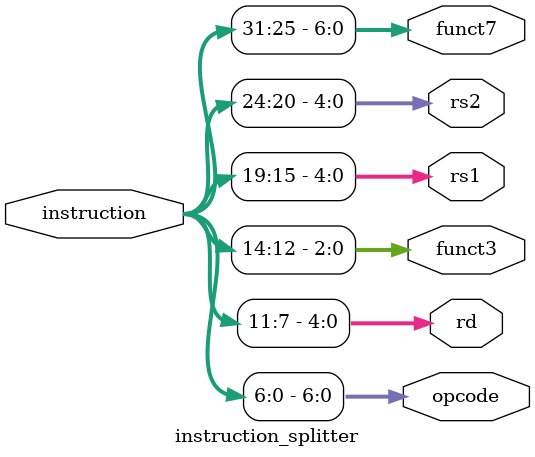
<source format=v>
`timescale 1ns / 1ps

module instruction_splitter(
  input [31:0] instruction,
  output [6:0] opcode,
  output [4:0] rd,
  output [2:0] funct3,
  output [4:0] rs1,
  output [4:0] rs2,
  output [6:0] funct7
  );
  assign opcode = instruction[6:0];
  assign rd = instruction[11:7];
  assign funct3 = instruction[14:12];
  assign rs1 = instruction[19:15];
  assign rs2 = instruction[24:20];
  assign funct7 = instruction[31:25];
  endmodule
</source>
